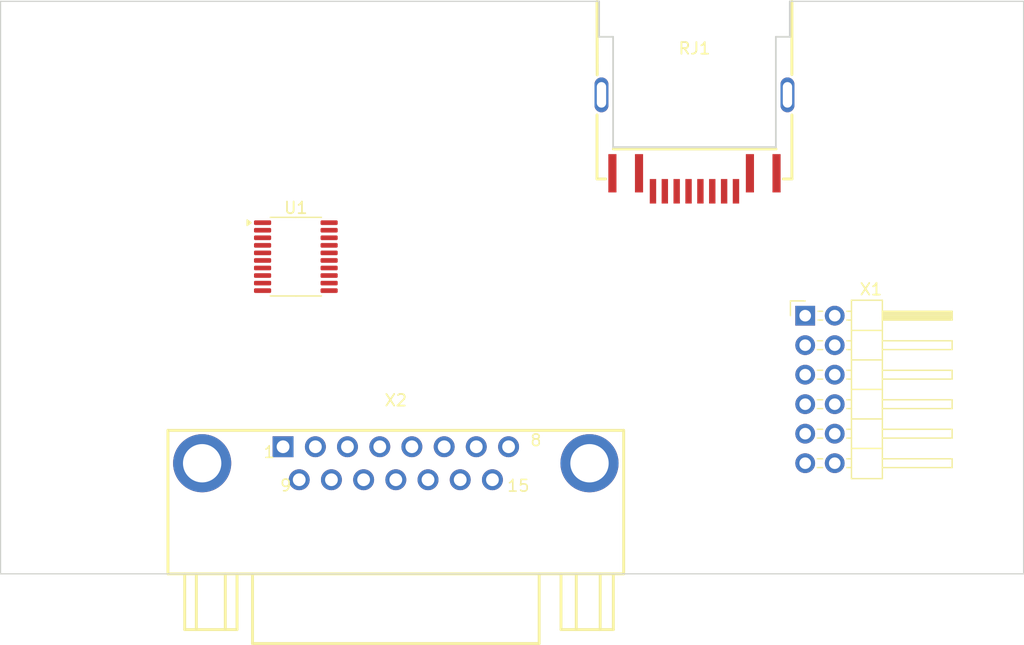
<source format=kicad_pcb>
(kicad_pcb (version 20240108) (generator "pcbnew") (generator_version "8.0")
  (layers (0 "F.Cu" signal) (31 "B.Cu" signal) (34 "B.Paste" user) (35 "F.Paste" user) (36 "B.SilkS" user "B.Silkscreen") (37 "F.SilkS" user "F.Silkscreen") (38 "B.Mask" user) (39 "F.Mask" user) (44 "Edge.Cuts" user))
  (net 0 "")
  (footprint "Package_SO:TSSOP-20_4.4x6.5mm_P0.65mm" (layer "F.Cu") (at 94.215 88.11)
    (property "Reference" "U1" (at 0 -4.2 0) (layer "F.SilkS"))
    (property "Value" "iC-NV")
    (fp_line (start 0 -3.385) (end -2.2 -3.385) (stroke (width 0.12)) (layer "F.SilkS"))
    (fp_line (start 0 -3.385) (end 2.2 -3.385) (stroke (width 0.12)) (layer "F.SilkS"))
    (fp_line (start 0 3.385) (end -2.2 3.385) (stroke (width 0.12)) (layer "F.SilkS"))
    (fp_line (start 0 3.385) (end 2.2 3.385) (stroke (width 0.12)) (layer "F.SilkS"))
    (fp_poly (pts (xy -3.86 -2.925) (xy -4.19 -3.165) (xy -4.19 -2.685) (xy -3.86 -2.925)) (stroke (width 0.12)) (fill solid) (layer "F.SilkS"))
    (pad "1" smd roundrect (at -2.8625 -2.925) (size 1.475 0.4) (layers "F.Cu" "F.Paste" "F.Mask"))
    (pad "2" smd roundrect (at -2.8625 -2.275) (size 1.475 0.4) (layers "F.Cu" "F.Paste" "F.Mask"))
    (pad "3" smd roundrect (at -2.8625 -1.625) (size 1.475 0.4) (layers "F.Cu" "F.Paste" "F.Mask"))
    (pad "4" smd roundrect (at -2.8625 -0.975) (size 1.475 0.4) (layers "F.Cu" "F.Paste" "F.Mask"))
    (pad "5" smd roundrect (at -2.8625 -0.325) (size 1.475 0.4) (layers "F.Cu" "F.Paste" "F.Mask"))
    (pad "6" smd roundrect (at -2.8625 0.325) (size 1.475 0.4) (layers "F.Cu" "F.Paste" "F.Mask"))
    (pad "7" smd roundrect (at -2.8625 0.975) (size 1.475 0.4) (layers "F.Cu" "F.Paste" "F.Mask"))
    (pad "8" smd roundrect (at -2.8625 1.625) (size 1.475 0.4) (layers "F.Cu" "F.Paste" "F.Mask"))
    (pad "9" smd roundrect (at -2.8625 2.275) (size 1.475 0.4) (layers "F.Cu" "F.Paste" "F.Mask"))
    (pad "10" smd roundrect (at -2.8625 2.925) (size 1.475 0.4) (layers "F.Cu" "F.Paste" "F.Mask"))
    (pad "11" smd roundrect (at 2.8625 2.925) (size 1.475 0.4) (layers "F.Cu" "F.Paste" "F.Mask"))
    (pad "12" smd roundrect (at 2.8625 2.275) (size 1.475 0.4) (layers "F.Cu" "F.Paste" "F.Mask"))
    (pad "13" smd roundrect (at 2.8625 1.625) (size 1.475 0.4) (layers "F.Cu" "F.Paste" "F.Mask"))
    (pad "14" smd roundrect (at 2.8625 0.975) (size 1.475 0.4) (layers "F.Cu" "F.Paste" "F.Mask"))
    (pad "15" smd roundrect (at 2.8625 0.325) (size 1.475 0.4) (layers "F.Cu" "F.Paste" "F.Mask"))
    (pad "16" smd roundrect (at 2.8625 -0.325) (size 1.475 0.4) (layers "F.Cu" "F.Paste" "F.Mask"))
    (pad "17" smd roundrect (at 2.8625 -0.975) (size 1.475 0.4) (layers "F.Cu" "F.Paste" "F.Mask"))
    (pad "18" smd roundrect (at 2.8625 -1.625) (size 1.475 0.4) (layers "F.Cu" "F.Paste" "F.Mask"))
    (pad "19" smd roundrect (at 2.8625 -2.275) (size 1.475 0.4) (layers "F.Cu" "F.Paste" "F.Mask"))
    (pad "20" smd roundrect (at 2.8625 -2.925) (size 1.475 0.4) (layers "F.Cu" "F.Paste" "F.Mask"))
  )
  (footprint "Connector_PinHeader_2.54mm:PinHeader_2x06_P2.54mm_Horizontal" (layer "F.Cu") (at 138.03 93.19)
    (property "Reference" "X1" (at 5.655 -2.27 0) (layer "F.SilkS"))
    (property "Value" "Conn_02x06_Top_Bottom")
    (fp_line (start -1.27 -1.27) (end 0 -1.27) (stroke (width 0.12)) (layer "F.SilkS"))
    (fp_line (start -1.27 0) (end -1.27 -1.27) (stroke (width 0.12)) (layer "F.SilkS"))
    (fp_line (start 1.042929 2.16) (end 1.497071 2.16) (stroke (width 0.12)) (layer "F.SilkS"))
    (fp_line (start 1.042929 2.92) (end 1.497071 2.92) (stroke (width 0.12)) (layer "F.SilkS"))
    (fp_line (start 1.042929 4.7) (end 1.497071 4.7) (stroke (width 0.12)) (layer "F.SilkS"))
    (fp_line (start 1.042929 5.46) (end 1.497071 5.46) (stroke (width 0.12)) (layer "F.SilkS"))
    (fp_line (start 1.042929 7.24) (end 1.497071 7.24) (stroke (width 0.12)) (layer "F.SilkS"))
    (fp_line (start 1.042929 8) (end 1.497071 8) (stroke (width 0.12)) (layer "F.SilkS"))
    (fp_line (start 1.042929 9.78) (end 1.497071 9.78) (stroke (width 0.12)) (layer "F.SilkS"))
    (fp_line (start 1.042929 10.54) (end 1.497071 10.54) (stroke (width 0.12)) (layer "F.SilkS"))
    (fp_line (start 1.042929 12.32) (end 1.497071 12.32) (stroke (width 0.12)) (layer "F.SilkS"))
    (fp_line (start 1.042929 13.08) (end 1.497071 13.08) (stroke (width 0.12)) (layer "F.SilkS"))
    (fp_line (start 1.11 -0.38) (end 1.497071 -0.38) (stroke (width 0.12)) (layer "F.SilkS"))
    (fp_line (start 1.11 0.38) (end 1.497071 0.38) (stroke (width 0.12)) (layer "F.SilkS"))
    (fp_line (start 3.582929 -0.38) (end 3.98 -0.38) (stroke (width 0.12)) (layer "F.SilkS"))
    (fp_line (start 3.582929 0.38) (end 3.98 0.38) (stroke (width 0.12)) (layer "F.SilkS"))
    (fp_line (start 3.582929 2.16) (end 3.98 2.16) (stroke (width 0.12)) (layer "F.SilkS"))
    (fp_line (start 3.582929 2.92) (end 3.98 2.92) (stroke (width 0.12)) (layer "F.SilkS"))
    (fp_line (start 3.582929 4.7) (end 3.98 4.7) (stroke (width 0.12)) (layer "F.SilkS"))
    (fp_line (start 3.582929 5.46) (end 3.98 5.46) (stroke (width 0.12)) (layer "F.SilkS"))
    (fp_line (start 3.582929 7.24) (end 3.98 7.24) (stroke (width 0.12)) (layer "F.SilkS"))
    (fp_line (start 3.582929 8) (end 3.98 8) (stroke (width 0.12)) (layer "F.SilkS"))
    (fp_line (start 3.582929 9.78) (end 3.98 9.78) (stroke (width 0.12)) (layer "F.SilkS"))
    (fp_line (start 3.582929 10.54) (end 3.98 10.54) (stroke (width 0.12)) (layer "F.SilkS"))
    (fp_line (start 3.582929 12.32) (end 3.98 12.32) (stroke (width 0.12)) (layer "F.SilkS"))
    (fp_line (start 3.582929 13.08) (end 3.98 13.08) (stroke (width 0.12)) (layer "F.SilkS"))
    (fp_line (start 3.98 -1.33) (end 3.98 14.03) (stroke (width 0.12)) (layer "F.SilkS"))
    (fp_line (start 3.98 1.27) (end 6.64 1.27) (stroke (width 0.12)) (layer "F.SilkS"))
    (fp_line (start 3.98 3.81) (end 6.64 3.81) (stroke (width 0.12)) (layer "F.SilkS"))
    (fp_line (start 3.98 6.35) (end 6.64 6.35) (stroke (width 0.12)) (layer "F.SilkS"))
    (fp_line (start 3.98 8.89) (end 6.64 8.89) (stroke (width 0.12)) (layer "F.SilkS"))
    (fp_line (start 3.98 11.43) (end 6.64 11.43) (stroke (width 0.12)) (layer "F.SilkS"))
    (fp_line (start 3.98 14.03) (end 6.64 14.03) (stroke (width 0.12)) (layer "F.SilkS"))
    (fp_line (start 6.64 -1.33) (end 3.98 -1.33) (stroke (width 0.12)) (layer "F.SilkS"))
    (fp_line (start 6.64 -0.38) (end 12.64 -0.38) (stroke (width 0.12)) (layer "F.SilkS"))
    (fp_line (start 6.64 -0.32) (end 12.64 -0.32) (stroke (width 0.12)) (layer "F.SilkS"))
    (fp_line (start 6.64 -0.2) (end 12.64 -0.2) (stroke (width 0.12)) (layer "F.SilkS"))
    (fp_line (start 6.64 -0.08) (end 12.64 -0.08) (stroke (width 0.12)) (layer "F.SilkS"))
    (fp_line (start 6.64 0.04) (end 12.64 0.04) (stroke (width 0.12)) (layer "F.SilkS"))
    (fp_line (start 6.64 0.16) (end 12.64 0.16) (stroke (width 0.12)) (layer "F.SilkS"))
    (fp_line (start 6.64 0.28) (end 12.64 0.28) (stroke (width 0.12)) (layer "F.SilkS"))
    (fp_line (start 6.64 2.16) (end 12.64 2.16) (stroke (width 0.12)) (layer "F.SilkS"))
    (fp_line (start 6.64 4.7) (end 12.64 4.7) (stroke (width 0.12)) (layer "F.SilkS"))
    (fp_line (start 6.64 7.24) (end 12.64 7.24) (stroke (width 0.12)) (layer "F.SilkS"))
    (fp_line (start 6.64 9.78) (end 12.64 9.78) (stroke (width 0.12)) (layer "F.SilkS"))
    (fp_line (start 6.64 12.32) (end 12.64 12.32) (stroke (width 0.12)) (layer "F.SilkS"))
    (fp_line (start 6.64 14.03) (end 6.64 -1.33) (stroke (width 0.12)) (layer "F.SilkS"))
    (fp_line (start 12.64 -0.38) (end 12.64 0.38) (stroke (width 0.12)) (layer "F.SilkS"))
    (fp_line (start 12.64 0.38) (end 6.64 0.38) (stroke (width 0.12)) (layer "F.SilkS"))
    (fp_line (start 12.64 2.16) (end 12.64 2.92) (stroke (width 0.12)) (layer "F.SilkS"))
    (fp_line (start 12.64 2.92) (end 6.64 2.92) (stroke (width 0.12)) (layer "F.SilkS"))
    (fp_line (start 12.64 4.7) (end 12.64 5.46) (stroke (width 0.12)) (layer "F.SilkS"))
    (fp_line (start 12.64 5.46) (end 6.64 5.46) (stroke (width 0.12)) (layer "F.SilkS"))
    (fp_line (start 12.64 7.24) (end 12.64 8) (stroke (width 0.12)) (layer "F.SilkS"))
    (fp_line (start 12.64 8) (end 6.64 8) (stroke (width 0.12)) (layer "F.SilkS"))
    (fp_line (start 12.64 9.78) (end 12.64 10.54) (stroke (width 0.12)) (layer "F.SilkS"))
    (fp_line (start 12.64 10.54) (end 6.64 10.54) (stroke (width 0.12)) (layer "F.SilkS"))
    (fp_line (start 12.64 12.32) (end 12.64 13.08) (stroke (width 0.12)) (layer "F.SilkS"))
    (fp_line (start 12.64 13.08) (end 6.64 13.08) (stroke (width 0.12)) (layer "F.SilkS"))
    (pad "1" thru_hole rect (at 0 0) (size 1.7 1.7) (drill 1) (layers "*.Cu" "*.Mask"))
    (pad "2" thru_hole oval (at 2.54 0) (size 1.7 1.7) (drill 1) (layers "*.Cu" "*.Mask"))
    (pad "3" thru_hole oval (at 0 2.54) (size 1.7 1.7) (drill 1) (layers "*.Cu" "*.Mask"))
    (pad "4" thru_hole oval (at 2.54 2.54) (size 1.7 1.7) (drill 1) (layers "*.Cu" "*.Mask"))
    (pad "5" thru_hole oval (at 0 5.08) (size 1.7 1.7) (drill 1) (layers "*.Cu" "*.Mask"))
    (pad "6" thru_hole oval (at 2.54 5.08) (size 1.7 1.7) (drill 1) (layers "*.Cu" "*.Mask"))
    (pad "7" thru_hole oval (at 0 7.62) (size 1.7 1.7) (drill 1) (layers "*.Cu" "*.Mask"))
    (pad "8" thru_hole oval (at 2.54 7.62) (size 1.7 1.7) (drill 1) (layers "*.Cu" "*.Mask"))
    (pad "9" thru_hole oval (at 0 10.16) (size 1.7 1.7) (drill 1) (layers "*.Cu" "*.Mask"))
    (pad "10" thru_hole oval (at 2.54 10.16) (size 1.7 1.7) (drill 1) (layers "*.Cu" "*.Mask"))
    (pad "11" thru_hole oval (at 0 12.7) (size 1.7 1.7) (drill 1) (layers "*.Cu" "*.Mask"))
    (pad "12" thru_hole oval (at 2.54 12.7) (size 1.7 1.7) (drill 1) (layers "*.Cu" "*.Mask"))
  )
  (footprint "easyeda2kicad:RJ45-TH_RC01812" (layer "F.Cu") (at 128.505 78.331)
    (property "Reference" "RJ1" (at 0 -8.15 0) (layer "F.SilkS"))
    (property "Value" "RC01812")
    (fp_line (start -8.382 -12.192) (end -8.368 -5.87) (stroke (width 0.25)) (layer "F.SilkS"))
    (fp_line (start -8.382 -2.42) (end -8.382 3.09) (stroke (width 0.25)) (layer "F.SilkS"))
    (fp_line (start -8.382 3.09) (end -7.64 3.09) (stroke (width 0.25)) (layer "F.SilkS"))
    (fp_line (start 7.01 0.508) (end -6.98 0.508) (stroke (width 0.25)) (layer "F.SilkS"))
    (fp_line (start 7.64 3.09) (end 8.382 3.09) (stroke (width 0.25)) (layer "F.SilkS"))
    (fp_line (start 8.382 -5.902) (end 8.382 -12.192) (stroke (width 0.25)) (layer "F.SilkS"))
    (fp_line (start 8.382 3.09) (end 8.382 -2.42) (stroke (width 0.25)) (layer "F.SilkS"))
    (fp_line (start -8.2 -9.15) (end -8.2 -12.2) (stroke (width 0.15)) (layer "Edge.Cuts"))
    (fp_line (start -8.2 -9.15) (end -7 -9.15) (stroke (width 0.15)) (layer "Edge.Cuts"))
    (fp_line (start -7 -9.15) (end -7 0.35) (stroke (width 0.15)) (layer "Edge.Cuts"))
    (fp_line (start -7 0.35) (end 7 0.35) (stroke (width 0.15)) (layer "Edge.Cuts"))
    (fp_line (start 7 -9.15) (end 8.2 -9.15) (stroke (width 0.15)) (layer "Edge.Cuts"))
    (fp_line (start 7 0.35) (end 7 -9.15) (stroke (width 0.15)) (layer "Edge.Cuts"))
    (fp_line (start 8.2 -9.15) (end 8.2 -12.2) (stroke (width 0.15)) (layer "Edge.Cuts"))
    (pad "1" smd rect (at -3.57 4.15) (size 0.55 2.11) (layers "F.Cu" "F.Paste" "F.Mask"))
    (pad "2" smd rect (at -2.55 4.15) (size 0.55 2.11) (layers "F.Cu" "F.Paste" "F.Mask"))
    (pad "3" smd rect (at -1.53 4.15) (size 0.55 2.11) (layers "F.Cu" "F.Paste" "F.Mask"))
    (pad "4" smd rect (at -0.51 4.15) (size 0.55 2.11) (layers "F.Cu" "F.Paste" "F.Mask"))
    (pad "5" smd rect (at 0.51 4.15) (size 0.55 2.11) (layers "F.Cu" "F.Paste" "F.Mask"))
    (pad "6" smd rect (at 1.53 4.15) (size 0.55 2.11) (layers "F.Cu" "F.Paste" "F.Mask"))
    (pad "7" smd rect (at 2.55 4.15) (size 0.55 2.11) (layers "F.Cu" "F.Paste" "F.Mask"))
    (pad "8" smd rect (at 3.57 4.15) (size 0.55 2.11) (layers "F.Cu" "F.Paste" "F.Mask"))
    (pad "9" smd rect (at -7.06 2.6) (size 0.7 3.3) (layers "F.Cu" "F.Paste" "F.Mask"))
    (pad "10" smd rect (at -4.77 2.6) (size 0.7 3.3) (layers "F.Cu" "F.Paste" "F.Mask"))
    (pad "11" smd rect (at 4.77 2.6) (size 0.7 3.3) (layers "F.Cu" "F.Paste" "F.Mask"))
    (pad "12" smd rect (at 7.06 2.6) (size 0.7 3.3) (layers "F.Cu" "F.Paste" "F.Mask"))
    (pad "13" thru_hole oval (at -8 -4.15) (size 1.2 3) (drill oval 0.799998 2.199996) (layers "*.Cu" "*.Mask"))
    (pad "14" thru_hole oval (at 8 -4.15) (size 1.2 3) (drill oval 0.799998 2.199996) (layers "*.Cu" "*.Mask"))
  )
  (footprint "easyeda2kicad:DSUB-TH_D-SUB-DR-15PCG-AB" (layer "F.Cu") (at 102.815 105.895)
    (property "Reference" "X2" (at 0 -5.42 0) (layer "F.SilkS"))
    (property "Value" "D-SUB-DR-15PCG-AB")
    (fp_line (start -19.6 9.52) (end -19.6 -2.83) (stroke (width 0.25)) (layer "F.SilkS"))
    (fp_line (start -18.16 14.32) (end -18.16 9.52) (stroke (width 0.25)) (layer "F.SilkS"))
    (fp_line (start -17.16 9.52) (end -17.16 14.32) (stroke (width 0.25)) (layer "F.SilkS"))
    (fp_line (start -14.67 9.52) (end -14.67 14.32) (stroke (width 0.25)) (layer "F.SilkS"))
    (fp_line (start -13.66 9.52) (end -13.66 14.32) (stroke (width 0.25)) (layer "F.SilkS"))
    (fp_line (start -13.66 14.32) (end -18.16 14.32) (stroke (width 0.25)) (layer "F.SilkS"))
    (fp_line (start -12.33 9.52) (end -12.33 15.52) (stroke (width 0.25)) (layer "F.SilkS"))
    (fp_line (start 12.33 9.52) (end 12.33 15.52) (stroke (width 0.25)) (layer "F.SilkS"))
    (fp_line (start 12.33 15.52) (end -12.33 15.52) (stroke (width 0.25)) (layer "F.SilkS"))
    (fp_line (start 14.21 14.32) (end 14.21 9.52) (stroke (width 0.25)) (layer "F.SilkS"))
    (fp_line (start 15.52 9.52) (end 15.52 14.32) (stroke (width 0.25)) (layer "F.SilkS"))
    (fp_line (start 17.58 9.52) (end 17.58 14.32) (stroke (width 0.25)) (layer "F.SilkS"))
    (fp_line (start 18.71 9.52) (end 18.71 14.32) (stroke (width 0.25)) (layer "F.SilkS"))
    (fp_line (start 18.71 14.32) (end 14.21 14.32) (stroke (width 0.25)) (layer "F.SilkS"))
    (fp_line (start 19.6 -2.83) (end -19.6 -2.83) (stroke (width 0.25)) (layer "F.SilkS"))
    (fp_line (start 19.6 9.52) (end -19.6 9.52) (stroke (width 0.25)) (layer "F.SilkS"))
    (fp_line (start 19.6 9.52) (end 19.6 -2.83) (stroke (width 0.25)) (layer "F.SilkS"))
    (fp_text user "15" (at 9.5 1.94 0) (layer "F.SilkS") (effects (font (thickness 0.13)) (justify left)))
    (fp_text user "8" (at 11.49 -1.98 180) (layer "F.SilkS") (effects (font (thickness 0.13)) (justify left)))
    (fp_text user "9" (at -10.03 1.91 0) (layer "F.SilkS") (effects (font (thickness 0.13)) (justify left)))
    (fp_text user "1" (at -11.45 -0.96 0) (layer "F.SilkS") (effects (font (thickness 0.13)) (justify left)))
    (pad "1" thru_hole rect (at -9.7 -1.42) (size 1.8 1.8) (drill 1.100023) (layers "*.Cu" "*.Mask"))
    (pad "2" thru_hole circle (at -6.92 -1.42) (size 1.8 1.8) (drill 1.100023) (layers "*.Cu" "*.Mask"))
    (pad "3" thru_hole circle (at -4.16 -1.42) (size 1.8 1.8) (drill 1.100023) (layers "*.Cu" "*.Mask"))
    (pad "4" thru_hole circle (at -1.38 -1.42) (size 1.8 1.8) (drill 1.100023) (layers "*.Cu" "*.Mask"))
    (pad "5" thru_hole circle (at 1.38 -1.42) (size 1.8 1.8) (drill 1.100023) (layers "*.Cu" "*.Mask"))
    (pad "6" thru_hole circle (at 4.16 -1.42) (size 1.8 1.8) (drill 1.100023) (layers "*.Cu" "*.Mask"))
    (pad "7" thru_hole circle (at 6.92 -1.42) (size 1.8 1.8) (drill 1.100023) (layers "*.Cu" "*.Mask"))
    (pad "8" thru_hole circle (at 9.7 -1.42) (size 1.8 1.8) (drill 1.100023) (layers "*.Cu" "*.Mask"))
    (pad "9" thru_hole circle (at -8.31 1.42) (size 1.8 1.8) (drill 1.100023) (layers "*.Cu" "*.Mask"))
    (pad "10" thru_hole circle (at -5.54 1.42) (size 1.8 1.8) (drill 1.100023) (layers "*.Cu" "*.Mask"))
    (pad "11" thru_hole circle (at -2.77 1.42) (size 1.8 1.8) (drill 1.100023) (layers "*.Cu" "*.Mask"))
    (pad "12" thru_hole circle (at 0 1.42) (size 1.8 1.8) (drill 1.100023) (layers "*.Cu" "*.Mask"))
    (pad "13" thru_hole circle (at 2.77 1.42) (size 1.8 1.8) (drill 1.100023) (layers "*.Cu" "*.Mask"))
    (pad "14" thru_hole circle (at 5.54 1.42) (size 1.8 1.8) (drill 1.100023) (layers "*.Cu" "*.Mask"))
    (pad "15" thru_hole circle (at 8.31 1.42) (size 1.8 1.8) (drill 1.100023) (layers "*.Cu" "*.Mask"))
    (pad "16" thru_hole circle (at -16.66 0) (size 5 5) (drill 3.300019) (layers "*.Cu" "*.Mask"))
    (pad "17" thru_hole circle (at 16.66 0) (size 5 5) (drill 3.300019) (layers "*.Cu" "*.Mask"))
  )
  (gr_line (start 120.305 66.131) (end 68.815 66.131) (stroke (width 0.1)) (layer "Edge.Cuts"))
  (gr_line (start 156.815 115.415) (end 156.815 66.131) (stroke (width 0.1)) (layer "Edge.Cuts"))
  (gr_line (start 156.815 66.131) (end 136.705 66.131) (stroke (width 0.1)) (layer "Edge.Cuts"))
  (gr_line (start 68.815 66.131) (end 68.815 115.415) (stroke (width 0.1)) (layer "Edge.Cuts"))
  (gr_line (start 68.815 115.415) (end 156.815 115.415) (stroke (width 0.1)) (layer "Edge.Cuts"))
)
</source>
